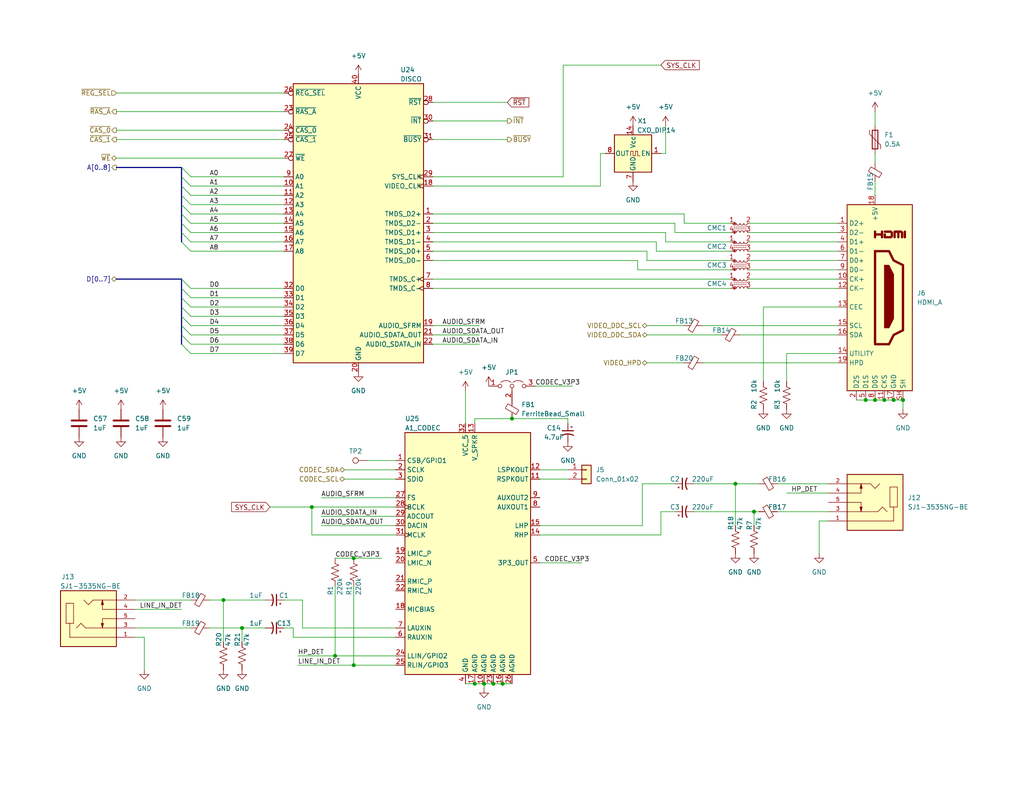
<source format=kicad_sch>
(kicad_sch (version 20230121) (generator eeschema)
  (paper "A")
  (title_block (title "Anachron Graphics and Audio"))
  (lib_symbols
    (symbol "Connector:HDMI_A"
      (property "Reference" "J" (at -6.35 26.67 0))
      (property "Value" "HDMI_A" (at 10.16 26.67 0))
      (symbol "HDMI_A_0_0"
        (polyline (pts (xy 8.128 16.51) (xy 8.128 18.034)) (stroke (width 0.635)))
        (polyline (pts (xy 0 16.51) (xy 0 18.034) (xy 0 17.272) (xy 1.905 17.272) (xy 1.905 18.034) (xy 1.905 16.51)) (stroke (width 0.635)))
        (polyline (pts (xy 2.667 18.034) (xy 4.318 18.034) (xy 4.572 17.78) (xy 4.572 16.764) (xy 4.318 16.51) (xy 2.667 16.51) (xy 2.667 17.272)) (stroke (width 0.635)))
      )
      (symbol "HDMI_A_0_1"
        (rectangle (start -7.62 25.4) (end 10.16 -25.4) (stroke (width 0.254)) (fill (type background)))
        (polyline (pts (xy 2.54 8.89) (xy 3.81 8.89) (xy 5.08 6.35) (xy 5.08 -5.715) (xy 3.81 -8.255) (xy 2.54 -8.255) (xy 2.54 8.89)) (fill (type outline)))
        (polyline (pts (xy 5.334 16.51) (xy 5.334 18.034) (xy 6.35 18.034) (xy 6.35 16.51) (xy 6.35 18.034) (xy 7.112 18.034) (xy 7.366 17.78) (xy 7.366 16.51)) (stroke (width 0.635)))
        (polyline (pts (xy 0 12.7) (xy 0 -12.7) (xy 3.81 -12.7) (xy 5.08 -10.16) (xy 7.62 -8.89) (xy 7.62 8.89) (xy 5.08 10.16) (xy 3.81 12.7) (xy 0 12.7)) (stroke (width 0.635)))
      )
      (symbol "HDMI_A_1_1"
        (pin passive line (at -10.16 20.32 0) (length 2.54) (name "D2+") (number "1"))
        (pin passive line (at -10.16 5.08 0) (length 2.54) (name "CK+") (number "10"))
        (pin power_in line (at 2.54 -27.94 90) (length 2.54) (name "CKS") (number "11"))
        (pin passive line (at -10.16 2.54 0) (length 2.54) (name "CK-") (number "12"))
        (pin bidirectional line (at -10.16 -2.54 0) (length 2.54) (name "CEC") (number "13"))
        (pin passive line (at -10.16 -15.24 0) (length 2.54) (name "UTILITY") (number "14"))
        (pin passive line (at -10.16 -7.62 0) (length 2.54) (name "SCL") (number "15"))
        (pin bidirectional line (at -10.16 -10.16 0) (length 2.54) (name "SDA") (number "16"))
        (pin power_in line (at 5.08 -27.94 90) (length 2.54) (name "GND") (number "17"))
        (pin power_in line (at 0 27.94 270) (length 2.54) (name "+5V") (number "18"))
        (pin passive line (at -10.16 -17.78 0) (length 2.54) (name "HPD") (number "19"))
        (pin power_in line (at -5.08 -27.94 90) (length 2.54) (name "D2S") (number "2"))
        (pin passive line (at -10.16 17.78 0) (length 2.54) (name "D2-") (number "3"))
        (pin passive line (at -10.16 15.24 0) (length 2.54) (name "D1+") (number "4"))
        (pin power_in line (at -2.54 -27.94 90) (length 2.54) (name "D1S") (number "5"))
        (pin passive line (at -10.16 12.7 0) (length 2.54) (name "D1-") (number "6"))
        (pin passive line (at -10.16 10.16 0) (length 2.54) (name "D0+") (number "7"))
        (pin power_in line (at 0 -27.94 90) (length 2.54) (name "D0S") (number "8"))
        (pin passive line (at -10.16 7.62 0) (length 2.54) (name "D0-") (number "9"))
        (pin passive line (at 7.62 -27.94 90) (length 2.54) (name "SH") (number "SH"))
      )
    )
    (symbol "Connector:TestPoint" (pin_numbers hide) (pin_names (offset 0.762) hide)
      (property "Reference" "TP" (at 0 6.858 0))
      (property "Value" "TestPoint" (at 0 5.08 0))
      (symbol "TestPoint_0_1"
        (circle (center 0 3.302) (radius 0.762))
      )
      (symbol "TestPoint_1_1"
        (pin passive line (at 0 0 90) (length 2.54) (name "1") (number "1"))
      )
    )
    (symbol "Connector_Generic:Conn_01x02" (pin_names (offset 1.016) hide)
      (property "Reference" "J" (at 0 2.54 0))
      (property "Value" "Conn_01x02" (at 0 -5.08 0))
      (symbol "Conn_01x02_1_1"
        (rectangle (start -1.27 -2.413) (end 0 -2.667) (stroke (width 0.1524)))
        (rectangle (start -1.27 0.127) (end 0 -0.127) (stroke (width 0.1524)))
        (rectangle (start -1.27 1.27) (end 1.27 -3.81) (stroke (width 0.254)) (fill (type background)))
        (pin passive line (at -5.08 0 0) (length 3.81) (name "Pin_1") (number "1"))
        (pin passive line (at -5.08 -2.54 0) (length 3.81) (name "Pin_2") (number "2"))
      )
    )
    (symbol "Device:C" (pin_numbers hide) (pin_names (offset 0.254))
      (property "Reference" "C" (at 0.635 2.54 0))
      (property "Value" "C" (at 0.635 -2.54 0))
      (symbol "C_0_1"
        (polyline (pts (xy -2.032 -0.762) (xy 2.032 -0.762)) (stroke (width 0.508)))
        (polyline (pts (xy -2.032 0.762) (xy 2.032 0.762)) (stroke (width 0.508)))
      )
      (symbol "C_1_1"
        (pin passive line (at 0 3.81 270) (length 2.794) (name "~") (number "1"))
        (pin passive line (at 0 -3.81 90) (length 2.794) (name "~") (number "2"))
      )
    )
    (symbol "Device:C_Polarized_Small_US" (pin_numbers hide) (pin_names (offset 0.254) hide)
      (property "Reference" "C" (at 0.254 1.778 0))
      (property "Value" "C_Polarized_Small_US" (at 0.254 -2.032 0))
      (symbol "C_Polarized_Small_US_0_1"
        (polyline (pts (xy -1.524 0.508) (xy 1.524 0.508)) (stroke (width 0.3048)))
        (polyline (pts (xy -1.27 1.524) (xy -0.762 1.524)))
        (polyline (pts (xy -1.016 1.27) (xy -1.016 1.778)))
        (arc (start 1.524 -0.762) (mid 0 -0.3734) (end -1.524 -0.762) (stroke (width 0.3048)))
      )
      (symbol "C_Polarized_Small_US_1_1"
        (pin passive line (at 0 2.54 270) (length 2.032) (name "~") (number "1"))
        (pin passive line (at 0 -2.54 90) (length 2.032) (name "~") (number "2"))
      )
    )
    (symbol "Device:FerriteBead_Small" (pin_numbers hide) (pin_names (offset 0))
      (property "Reference" "FB" (at 1.905 1.27 0))
      (property "Value" "FerriteBead_Small" (at 1.905 -1.27 0))
      (symbol "FerriteBead_Small_0_1"
        (polyline (pts (xy 0 -1.27) (xy 0 -0.7874)))
        (polyline (pts (xy 0 0.889) (xy 0 1.2954)))
        (polyline (pts (xy -1.8288 0.2794) (xy -1.1176 1.4986) (xy 1.8288 -0.2032) (xy 1.1176 -1.4224) (xy -1.8288 0.2794)))
      )
      (symbol "FerriteBead_Small_1_1"
        (pin passive line (at 0 2.54 270) (length 1.27) (name "~") (number "1"))
        (pin passive line (at 0 -2.54 90) (length 1.27) (name "~") (number "2"))
      )
    )
    (symbol "Device:L_Ferrite_Coupled_Small_1243" (pin_names (offset 0.254) hide)
      (property "Reference" "L" (at 0 3.175 0))
      (property "Value" "L_Ferrite_Coupled_Small_1243" (at 0 -3.175 0))
      (symbol "L_Ferrite_Coupled_Small_1243_0_1"
        (arc (start -2.032 1.27) (mid -1.524 0.7642) (end -1.016 1.27))
        (circle (center -1.524 -1.27) (radius 0.254) (fill (type outline)))
        (circle (center -1.524 1.27) (radius 0.254) (fill (type outline)))
        (arc (start -1.016 -1.27) (mid -1.524 -0.7642) (end -2.032 -1.27))
        (arc (start -1.016 1.27) (mid -0.508 0.7642) (end 0 1.27))
        (arc (start 0 -1.27) (mid -0.508 -0.7642) (end -1.016 -1.27))
        (polyline (pts (xy -1.651 0.254) (xy -1.397 0.254)))
        (polyline (pts (xy -1.397 -0.254) (xy -1.651 -0.254)))
        (polyline (pts (xy -1.143 0.254) (xy -0.889 0.254)))
        (polyline (pts (xy -0.889 -0.254) (xy -1.143 -0.254)))
        (polyline (pts (xy -0.635 0.254) (xy -0.381 0.254)))
        (polyline (pts (xy -0.381 -0.254) (xy -0.635 -0.254)))
        (polyline (pts (xy -0.127 0.254) (xy 0.127 0.254)))
        (polyline (pts (xy 0.127 -0.254) (xy -0.127 -0.254)))
        (polyline (pts (xy 0.381 0.254) (xy 0.635 0.254)))
        (polyline (pts (xy 0.635 -0.254) (xy 0.381 -0.254)))
        (polyline (pts (xy 0.889 0.254) (xy 1.143 0.254)))
        (polyline (pts (xy 1.143 -0.254) (xy 0.889 -0.254)))
        (polyline (pts (xy 1.397 0.254) (xy 1.651 0.254)))
        (polyline (pts (xy 1.651 -0.254) (xy 1.397 -0.254)))
        (arc (start 0 1.27) (mid 0.508 0.7642) (end 1.016 1.27))
        (arc (start 1.016 -1.27) (mid 0.508 -0.7642) (end 0 -1.27))
        (arc (start 1.016 1.27) (mid 1.524 0.7642) (end 2.032 1.27))
        (arc (start 2.032 -1.27) (mid 1.524 -0.7642) (end 1.016 -1.27))
      )
      (symbol "L_Ferrite_Coupled_Small_1243_1_1"
        (pin passive line (at -2.54 1.27 0) (length 0.508) (name "1") (number "1"))
        (pin passive line (at 2.54 1.27 180) (length 0.508) (name "2") (number "2"))
        (pin passive line (at 2.54 -1.27 180) (length 0.508) (name "3") (number "3"))
        (pin passive line (at -2.54 -1.27 0) (length 0.508) (name "4") (number "4"))
      )
    )
    (symbol "Device:Polyfuse" (pin_numbers hide) (pin_names (offset 0))
      (property "Reference" "F" (at -2.54 0 90))
      (property "Value" "Polyfuse" (at 2.54 0 90))
      (symbol "Polyfuse_0_1"
        (rectangle (start -0.762 2.54) (end 0.762 -2.54) (stroke (width 0.254)))
        (polyline (pts (xy 0 2.54) (xy 0 -2.54)))
        (polyline (pts (xy -1.524 2.54) (xy -1.524 1.524) (xy 1.524 -1.524) (xy 1.524 -2.54)))
      )
      (symbol "Polyfuse_1_1"
        (pin passive line (at 0 3.81 270) (length 1.27) (name "~") (number "1"))
        (pin passive line (at 0 -3.81 90) (length 1.27) (name "~") (number "2"))
      )
    )
    (symbol "Device:R_US" (pin_numbers hide) (pin_names (offset 0))
      (property "Reference" "R" (at 2.54 0 90))
      (property "Value" "R_US" (at -2.54 0 90))
      (symbol "R_US_0_1"
        (polyline (pts (xy 0 -2.286) (xy 0 -2.54)))
        (polyline (pts (xy 0 2.286) (xy 0 2.54)))
        (polyline (pts (xy 0 -0.762) (xy 1.016 -1.143) (xy 0 -1.524) (xy -1.016 -1.905) (xy 0 -2.286)))
        (polyline (pts (xy 0 0.762) (xy 1.016 0.381) (xy 0 0) (xy -1.016 -0.381) (xy 0 -0.762)))
        (polyline (pts (xy 0 2.286) (xy 1.016 1.905) (xy 0 1.524) (xy -1.016 1.143) (xy 0 0.762)))
      )
      (symbol "R_US_1_1"
        (pin passive line (at 0 3.81 270) (length 1.27) (name "~") (number "1"))
        (pin passive line (at 0 -3.81 90) (length 1.27) (name "~") (number "2"))
      )
    )
    (symbol "Jumper:Jumper_3_Open" (pin_names (offset 0) hide)
      (property "Reference" "JP" (at -2.54 -2.54 0))
      (property "Value" "Jumper_3_Open" (at 0 2.794 0))
      (symbol "Jumper_3_Open_0_0"
        (circle (center -3.302 0) (radius 0.508))
        (circle (center 0 0) (radius 0.508))
        (circle (center 3.302 0) (radius 0.508))
      )
      (symbol "Jumper_3_Open_0_1"
        (arc (start -0.254 1.016) (mid -1.651 1.4992) (end -3.048 1.016))
        (polyline (pts (xy 0 -0.508) (xy 0 -1.27)))
        (arc (start 3.048 1.016) (mid 1.651 1.4992) (end 0.254 1.016))
      )
      (symbol "Jumper_3_Open_1_1"
        (pin passive line (at -6.35 0 0) (length 2.54) (name "A") (number "1"))
        (pin passive line (at 0 -3.81 90) (length 2.54) (name "C") (number "2"))
        (pin passive line (at 6.35 0 180) (length 2.54) (name "B") (number "3"))
      )
    )
    (symbol "Oscillator:CXO_DIP14" (pin_names (offset 0.254))
      (property "Reference" "X" (at -5.08 6.35 0))
      (property "Value" "CXO_DIP14" (at 1.27 -6.35 0))
      (symbol "CXO_DIP14_0_1"
        (rectangle (start -5.08 5.08) (end 5.08 -5.08) (stroke (width 0.254)) (fill (type background)))
        (polyline (pts (xy -1.905 -0.635) (xy -1.27 -0.635) (xy -1.27 0.635) (xy -0.635 0.635) (xy -0.635 -0.635) (xy 0 -0.635) (xy 0 0.635) (xy 0.635 0.635) (xy 0.635 -0.635)))
      )
      (symbol "CXO_DIP14_1_1"
        (pin input line (at -7.62 0 0) (length 2.54) (name "EN") (number "1"))
        (pin power_in line (at 0 7.62 270) (length 2.54) (name "Vcc") (number "14"))
        (pin power_in line (at 0 -7.62 90) (length 2.54) (name "GND") (number "7"))
        (pin output line (at 7.62 0 180) (length 2.54) (name "OUT") (number "8"))
      )
    )
    (symbol "anachron:A1_CODEC"
      (property "Reference" "U" (at 1.27 36.83 0))
      (property "Value" "A1_CODEC" (at 5.08 34.29 0))
      (symbol "A1_CODEC_0_0"
        (pin power_in line (at 21.59 -35.56 90) (length 2.54) (name "AGND") (number "10"))
        (pin output line (at 36.83 20.32 180) (length 2.54) (name "RSPKOUT") (number "11"))
        (pin output line (at 36.83 22.86 180) (length 2.54) (name "LSPKOUT") (number "12"))
        (pin power_in line (at 19.05 35.56 270) (length 2.54) (name "V_SPKR") (number "13"))
        (pin output line (at 36.83 5.08 180) (length 2.54) (name "RHP") (number "14"))
        (pin output line (at 36.83 7.62 180) (length 2.54) (name "LHP") (number "15"))
        (pin power_in line (at 19.05 -35.56 90) (length 2.54) (name "AGND") (number "17"))
        (pin output line (at -2.54 -15.24 0) (length 2.54) (name "MICBIAS") (number "18"))
        (pin input line (at -2.54 0 0) (length 2.54) (name "LMIC_P") (number "19"))
        (pin bidirectional line (at -2.54 22.86 0) (length 2.54) (name "SCLK") (number "2"))
        (pin input line (at -2.54 -2.54 0) (length 2.54) (name "LMIC_N") (number "20"))
        (pin input line (at -2.54 -7.62 0) (length 2.54) (name "RMIC_P") (number "21"))
        (pin input line (at -2.54 -10.16 0) (length 2.54) (name "RMIC_N") (number "22"))
        (pin power_in line (at 24.13 -35.56 90) (length 2.54) (name "AGND") (number "23"))
        (pin bidirectional line (at -2.54 -27.94 0) (length 2.54) (name "LLIN/GPIO2") (number "24"))
        (pin bidirectional line (at -2.54 -30.48 0) (length 2.54) (name "RLIN/GPIO3") (number "25"))
        (pin bidirectional line (at -2.54 15.24 0) (length 2.54) (name "FS") (number "27"))
        (pin output line (at -2.54 10.16 0) (length 2.54) (name "ADCOUT") (number "29"))
        (pin bidirectional line (at -2.54 20.32 0) (length 2.54) (name "SDIO") (number "3"))
        (pin input line (at -2.54 7.62 0) (length 2.54) (name "DACIN") (number "30"))
        (pin power_in line (at 16.51 35.56 270) (length 2.54) (name "VCC_5") (number "32"))
        (pin power_in line (at 16.51 -35.56 90) (length 2.54) (name "GND") (number "4"))
        (pin power_out line (at 36.83 -2.54 180) (length 2.54) (name "3P3_OUT") (number "5"))
        (pin tri_state line (at -2.54 -22.86 0) (length 2.54) (name "RAUXIN") (number "6"))
        (pin input line (at -2.54 -20.32 0) (length 2.54) (name "LAUXIN") (number "7"))
        (pin output line (at 36.83 12.7 180) (length 2.54) (name "AUXOUT1") (number "8"))
        (pin output line (at 36.83 15.24 180) (length 2.54) (name "AUXOUT2") (number "9"))
      )
      (symbol "A1_CODEC_0_1"
        (rectangle (start 0 33.02) (end 34.29 -33.02) (stroke (width 0.254)) (fill (type background)))
      )
      (symbol "A1_CODEC_1_0"
        (pin bidirectional line (at -2.54 25.4 0) (length 2.54) (name "CSB/GPIO1") (number "1"))
        (pin power_in line (at 26.67 -35.56 90) (length 2.54) (name "AGND") (number "16"))
        (pin power_in line (at 29.21 -35.56 90) (length 2.54) (name "AGND") (number "26"))
        (pin bidirectional clock (at -2.54 12.7 0) (length 2.54) (name "BCLK") (number "28"))
        (pin input clock (at -2.54 5.08 0) (length 2.54) (name "MCLK") (number "31"))
      )
    )
    (symbol "anachron:SJ1-3535NG-BE" (pin_names (offset 1.016))
      (property "Reference" "J" (at -7.6326 8.1414 0))
      (property "Value" "SJ1-3535NG-BE" (at -7.6323 -10.4308 0))
      (symbol "SJ1-3535NG-BE_0_0"
        (rectangle (start -7.62 -7.62) (end 7.62 7.62) (stroke (width 0.254)) (fill (type background)))
        (polyline (pts (xy -6.096 -4.191) (xy -6.096 1.27)) (stroke (width 0.1524)))
        (polyline (pts (xy -6.096 1.27) (xy -5.08 1.27)) (stroke (width 0.1524)))
        (polyline (pts (xy -5.08 1.27) (xy -4.064 1.27)) (stroke (width 0.1524)))
        (polyline (pts (xy -5.08 5.08) (xy -5.08 1.27)) (stroke (width 0.1524)))
        (polyline (pts (xy -4.064 -4.191) (xy -6.096 -4.191)) (stroke (width 0.1524)))
        (polyline (pts (xy -4.064 1.27) (xy -4.064 -4.191)) (stroke (width 0.1524)))
        (polyline (pts (xy -2.032 1.27) (xy -3.302 2.54)) (stroke (width 0.1524)))
        (polyline (pts (xy -0.762 2.54) (xy -2.032 1.27)) (stroke (width 0.1524)))
        (polyline (pts (xy 0 -3.81) (xy -1.27 -5.08)) (stroke (width 0.1524)))
        (polyline (pts (xy 1.27 -5.08) (xy 0 -3.81)) (stroke (width 0.1524)))
        (polyline (pts (xy 3.81 -5.08) (xy 1.27 -5.08)) (stroke (width 0.1524)))
        (polyline (pts (xy 3.81 -5.08) (xy 3.81 -2.54)) (stroke (width 0.1524)))
        (polyline (pts (xy 3.81 0) (xy 3.81 2.54)) (stroke (width 0.1524)))
        (polyline (pts (xy 3.81 2.54) (xy -0.762 2.54)) (stroke (width 0.1524)))
        (polyline (pts (xy 7.62 -5.08) (xy 3.81 -5.08)) (stroke (width 0.1524)))
        (polyline (pts (xy 7.62 -2.54) (xy 3.81 -2.54)) (stroke (width 0.1524)))
        (polyline (pts (xy 7.62 0) (xy 3.81 0)) (stroke (width 0.1524)))
        (polyline (pts (xy 7.62 2.54) (xy 3.81 2.54)) (stroke (width 0.1524)))
        (polyline (pts (xy 7.62 5.08) (xy -5.08 5.08)) (stroke (width 0.1524)))
        (polyline (pts (xy 3.81 -5.08) (xy 3.4925 -3.81) (xy 4.1275 -3.81) (xy 3.81 -5.08)) (stroke (width 0.1524)) (fill (type outline)))
        (polyline (pts (xy 3.81 2.54) (xy 4.1275 1.27) (xy 3.4925 1.27) (xy 3.81 2.54)) (stroke (width 0.1524)) (fill (type outline)))
        (pin passive line (at 12.7 5.08 180) (length 5.08) (name "~") (number "1"))
        (pin passive line (at 12.7 -5.08 180) (length 5.08) (name "~") (number "2"))
        (pin passive line (at 12.7 2.54 180) (length 5.08) (name "~") (number "3"))
        (pin passive line (at 12.7 -2.54 180) (length 5.08) (name "~") (number "4"))
        (pin passive line (at 12.7 0 180) (length 5.08) (name "~") (number "5"))
      )
    )
    (symbol "anachron:disco"
      (property "Reference" "U" (at -20.32 10.16 0))
      (property "Value" "DISCO" (at -17.78 35.56 0))
      (symbol "disco_0_0"
        (pin output line (at 20.32 0 180) (length 2.54) (name "TMDS_D2+") (number "1"))
        (pin output line (at -20.32 7.62 0) (length 2.54) (name "A1") (number "10"))
        (pin output line (at -20.32 5.08 0) (length 2.54) (name "A2") (number "11"))
        (pin output line (at -20.32 2.54 0) (length 2.54) (name "A3") (number "12"))
        (pin output line (at -20.32 0 0) (length 2.54) (name "A4") (number "13"))
        (pin output line (at -20.32 -2.54 0) (length 2.54) (name "A5") (number "14"))
        (pin output line (at -20.32 -5.08 0) (length 2.54) (name "A6") (number "15"))
        (pin output line (at -20.32 -7.62 0) (length 2.54) (name "A7") (number "16"))
        (pin output line (at -20.32 -10.16 0) (length 2.54) (name "A8") (number "17"))
        (pin output line (at 20.32 -2.54 180) (length 2.54) (name "TMDS_D2-") (number "2"))
        (pin power_in line (at 0 -43.18 90) (length 2.54) (name "GND") (number "20"))
        (pin input line (at 20.32 -35.56 180) (length 2.54) (name "AUDIO_SDATA_IN") (number "22"))
        (pin output line (at 20.32 -5.08 180) (length 2.54) (name "TMDS_D1+") (number "3"))
        (pin open_collector inverted (at 20.32 25.4 180) (length 2.54) (name "~{INT}") (number "30"))
        (pin bidirectional line (at -20.32 -20.32 0) (length 2.54) (name "D0") (number "32"))
        (pin bidirectional line (at -20.32 -22.86 0) (length 2.54) (name "D1") (number "33"))
        (pin bidirectional line (at -20.32 -25.4 0) (length 2.54) (name "D2") (number "34"))
        (pin bidirectional line (at -20.32 -27.94 0) (length 2.54) (name "D3") (number "35"))
        (pin bidirectional line (at -20.32 -30.48 0) (length 2.54) (name "D4") (number "36"))
        (pin bidirectional line (at -20.32 -33.02 0) (length 2.54) (name "D5") (number "37"))
        (pin bidirectional line (at -20.32 -35.56 0) (length 2.54) (name "D6") (number "38"))
        (pin bidirectional line (at -20.32 -38.1 0) (length 2.54) (name "D7") (number "39"))
        (pin output line (at 20.32 -7.62 180) (length 2.54) (name "TMDS_D1-") (number "4"))
        (pin power_in line (at 0 38.1 270) (length 2.54) (name "VCC") (number "40"))
        (pin output line (at 20.32 -10.16 180) (length 2.54) (name "TMDS_D0+") (number "5"))
        (pin output line (at 20.32 -12.7 180) (length 2.54) (name "TMDS_D0-") (number "6"))
        (pin output line (at -20.32 10.16 0) (length 2.54) (name "A0") (number "9"))
      )
      (symbol "disco_0_1"
        (rectangle (start -17.78 35.56) (end 17.78 -40.64) (stroke (width 0.254)) (fill (type background)))
      )
      (symbol "disco_1_0"
        (pin input clock (at 20.32 7.62 180) (length 2.54) (name "VIDEO_CLK") (number "18"))
        (pin output line (at 20.32 -30.48 180) (length 2.54) (name "AUDIO_SFRM") (number "19"))
        (pin power_in line (at 20.32 -33.02 180) (length 2.54) (name "AUDIO_SDATA_OUT") (number "21"))
        (pin output inverted (at -20.32 27.94 0) (length 2.54) (name "~{RAS_A}") (number "23"))
        (pin output inverted (at -20.32 22.86 0) (length 2.54) (name "~{CAS_0}") (number "24"))
        (pin output inverted (at -20.32 20.32 0) (length 2.54) (name "~{CAS_1}") (number "25"))
        (pin input inverted (at -20.32 33.02 0) (length 2.54) (name "~{REG_SEL}") (number "26"))
        (pin bidirectional inverted (at -20.32 15.24 0) (length 2.54) (name "~{WE}") (number "27"))
        (pin input inverted (at 20.32 30.48 180) (length 2.54) (name "~{RST}") (number "28"))
        (pin input clock (at 20.32 10.16 180) (length 2.54) (name "SYS_CLK") (number "29"))
        (pin output inverted (at 20.32 20.32 180) (length 2.54) (name "~{BUSY}") (number "31"))
        (pin output clock (at 20.32 -17.78 180) (length 2.54) (name "TMDS_C+") (number "7"))
        (pin output clock (at 20.32 -20.32 180) (length 2.54) (name "TMDS_C-") (number "8"))
      )
    )
    (symbol "power:+5V" (power) (pin_names (offset 0))
      (property "Value" "+5V" (at 0 3.556 0))
      (symbol "+5V_0_1"
        (polyline (pts (xy -0.762 1.27) (xy 0 2.54)))
        (polyline (pts (xy 0 0) (xy 0 2.54)))
        (polyline (pts (xy 0 2.54) (xy 0.762 1.27)))
      )
      (symbol "+5V_1_1"
        (pin power_in line (at 0 0 90) (length 0) hide (name "+5V") (number "1"))
      )
    )
    (symbol "power:GND" (power) (pin_names (offset 0))
      (property "Value" "GND" (at 0 -3.81 0))
      (symbol "GND_0_1"
        (polyline (pts (xy 0 0) (xy 0 -1.27) (xy 1.27 -1.27) (xy 0 -2.54) (xy -1.27 -1.27) (xy 0 -1.27)))
      )
      (symbol "GND_1_1"
        (pin power_in line (at 0 0 270) (length 0) hide (name "GND") (number "1"))
      )
    )
  )
  (junction (at 246.38 109.22))
  (junction (at 96.52 181.61))
  (junction (at 96.52 152.4))
  (junction (at 66.04 171.45))
  (junction (at 91.44 179.07))
  (junction (at 132.08 186.69))
  (junction (at 200.66 132.08))
  (junction (at 241.3 109.22))
  (junction (at 139.7 114.3))
  (junction (at 60.96 163.83))
  (junction (at 205.74 139.7))
  (junction (at 129.54 186.69))
  (junction (at 85.09 138.43))
  (junction (at 236.22 109.22))
  (junction (at 243.84 109.22))
  (junction (at 134.62 186.69))
  (junction (at 238.76 109.22))
  (junction (at 137.16 186.69))
  (bus_entry (at 52.07 86.36) (size -2.54 -2.54))
  (bus_entry (at 49.53 48.26) (size 2.54 2.54))
  (bus_entry (at 49.53 60.96) (size 2.54 2.54))
  (bus_entry (at 52.07 88.9) (size -2.54 -2.54))
  (bus_entry (at 49.53 50.8) (size 2.54 2.54))
  (bus_entry (at 52.07 78.74) (size -2.54 -2.54))
  (bus_entry (at 52.07 81.28) (size -2.54 -2.54))
  (bus_entry (at 52.07 91.44) (size -2.54 -2.54))
  (bus_entry (at 49.53 53.34) (size 2.54 2.54))
  (bus_entry (at 49.53 55.88) (size 2.54 2.54))
  (bus_entry (at 49.53 63.5) (size 2.54 2.54))
  (bus_entry (at 49.53 58.42) (size 2.54 2.54))
  (bus_entry (at 52.07 96.52) (size -2.54 -2.54))
  (bus_entry (at 52.07 83.82) (size -2.54 -2.54))
  (bus_entry (at 52.07 93.98) (size -2.54 -2.54))
  (bus_entry (at 49.53 45.72) (size 2.54 2.54))
  (bus_entry (at 49.53 66.04) (size 2.54 2.54))
  (wire (pts (xy 52.07 93.98) (xy 77.47 93.98)))
  (wire (pts (xy 91.44 179.07) (xy 107.95 179.07)))
  (wire (pts (xy 60.96 175.26) (xy 60.96 163.83)))
  (wire (pts (xy 52.07 163.83) (xy 36.83 163.83)))
  (wire (pts (xy 52.07 60.96) (xy 77.47 60.96)))
  (wire (pts (xy 236.22 109.22) (xy 238.76 109.22)))
  (wire (pts (xy 52.07 68.58) (xy 77.47 68.58)))
  (wire (pts (xy 129.54 114.3) (xy 139.7 114.3)))
  (wire (pts (xy 226.06 142.24) (xy 223.52 142.24)))
  (wire (pts (xy 181.61 66.04) (xy 199.39 66.04)))
  (wire (pts (xy 139.7 114.3) (xy 154.94 114.3)))
  (wire (pts (xy 77.47 171.45) (xy 80.01 171.45)))
  (wire (pts (xy 85.09 146.05) (xy 85.09 138.43)))
  (wire (pts (xy 200.66 143.51) (xy 200.66 132.08)))
  (wire (pts (xy 96.52 160.02) (xy 96.52 181.61)))
  (wire (pts (xy 87.63 140.97) (xy 107.95 140.97)))
  (bus (pts (xy 49.53 91.44) (xy 49.53 88.9)))
  (wire (pts (xy 205.74 139.7) (xy 205.74 143.51)))
  (wire (pts (xy 154.94 114.3) (xy 154.94 115.57)))
  (wire (pts (xy 118.11 76.2) (xy 199.39 76.2)))
  (wire (pts (xy 91.44 152.4) (xy 96.52 152.4)))
  (wire (pts (xy 31.75 35.56) (xy 77.47 35.56)))
  (wire (pts (xy 154.94 128.27) (xy 147.32 128.27)))
  (bus (pts (xy 49.53 48.26) (xy 49.53 50.8)))
  (wire (pts (xy 238.76 49.53) (xy 238.76 53.34)))
  (wire (pts (xy 147.32 153.67) (xy 158.75 153.67)))
  (wire (pts (xy 96.52 152.4) (xy 104.14 152.4)))
  (wire (pts (xy 118.11 91.44) (xy 130.81 91.44)))
  (wire (pts (xy 52.07 55.88) (xy 77.47 55.88)))
  (wire (pts (xy 127 106.68) (xy 127 115.57)))
  (wire (pts (xy 52.07 81.28) (xy 77.47 81.28)))
  (wire (pts (xy 238.76 109.22) (xy 241.3 109.22)))
  (wire (pts (xy 85.09 146.05) (xy 107.95 146.05)))
  (wire (pts (xy 52.07 96.52) (xy 77.47 96.52)))
  (wire (pts (xy 118.11 60.96) (xy 184.15 60.96)))
  (bus (pts (xy 49.53 45.72) (xy 49.53 48.26)))
  (wire (pts (xy 186.69 60.96) (xy 199.39 60.96)))
  (wire (pts (xy 176.53 91.44) (xy 196.85 91.44)))
  (wire (pts (xy 179.07 68.58) (xy 199.39 68.58)))
  (wire (pts (xy 52.07 66.04) (xy 77.47 66.04)))
  (bus (pts (xy 49.53 63.5) (xy 49.53 66.04)))
  (wire (pts (xy 52.07 83.82) (xy 77.47 83.82)))
  (wire (pts (xy 154.94 130.81) (xy 147.32 130.81)))
  (bus (pts (xy 49.53 83.82) (xy 49.53 81.28)))
  (wire (pts (xy 226.06 139.7) (xy 212.09 139.7)))
  (wire (pts (xy 91.44 160.02) (xy 91.44 179.07)))
  (wire (pts (xy 81.28 181.61) (xy 96.52 181.61)))
  (wire (pts (xy 238.76 41.91) (xy 238.76 44.45)))
  (wire (pts (xy 132.08 186.69) (xy 132.08 187.96)))
  (wire (pts (xy 184.15 63.5) (xy 199.39 63.5)))
  (wire (pts (xy 66.04 171.45) (xy 72.39 171.45)))
  (wire (pts (xy 60.96 163.83) (xy 57.15 163.83)))
  (wire (pts (xy 87.63 143.51) (xy 107.95 143.51)))
  (bus (pts (xy 49.53 50.8) (xy 49.53 53.34)))
  (wire (pts (xy 80.01 173.99) (xy 107.95 173.99)))
  (wire (pts (xy 36.83 171.45) (xy 52.07 171.45)))
  (wire (pts (xy 180.34 139.7) (xy 180.34 146.05)))
  (wire (pts (xy 118.11 63.5) (xy 181.61 63.5)))
  (wire (pts (xy 118.11 27.94) (xy 138.43 27.94)))
  (wire (pts (xy 181.61 66.04) (xy 181.61 63.5)))
  (wire (pts (xy 137.16 186.69) (xy 139.7 186.69)))
  (wire (pts (xy 243.84 109.22) (xy 246.38 109.22)))
  (wire (pts (xy 118.11 93.98) (xy 130.81 93.98)))
  (wire (pts (xy 173.99 73.66) (xy 173.99 71.12)))
  (wire (pts (xy 31.75 30.48) (xy 77.47 30.48)))
  (wire (pts (xy 72.39 163.83) (xy 60.96 163.83)))
  (wire (pts (xy 184.15 63.5) (xy 184.15 60.96)))
  (wire (pts (xy 214.63 134.62) (xy 226.06 134.62)))
  (wire (pts (xy 208.28 83.82) (xy 228.6 83.82)))
  (wire (pts (xy 87.63 135.89) (xy 107.95 135.89)))
  (bus (pts (xy 49.53 78.74) (xy 49.53 76.2)))
  (wire (pts (xy 204.47 71.12) (xy 228.6 71.12)))
  (wire (pts (xy 82.55 171.45) (xy 82.55 163.83)))
  (wire (pts (xy 52.07 58.42) (xy 77.47 58.42)))
  (wire (pts (xy 52.07 50.8) (xy 77.47 50.8)))
  (wire (pts (xy 52.07 86.36) (xy 77.47 86.36)))
  (bus (pts (xy 49.53 58.42) (xy 49.53 60.96)))
  (wire (pts (xy 118.11 66.04) (xy 179.07 66.04)))
  (wire (pts (xy 241.3 109.22) (xy 243.84 109.22)))
  (wire (pts (xy 175.26 132.08) (xy 184.15 132.08)))
  (wire (pts (xy 31.75 25.4) (xy 77.47 25.4)))
  (wire (pts (xy 39.37 173.99) (xy 39.37 182.88)))
  (wire (pts (xy 52.07 63.5) (xy 77.47 63.5)))
  (wire (pts (xy 223.52 142.24) (xy 223.52 151.13)))
  (bus (pts (xy 31.75 76.2) (xy 49.53 76.2)))
  (wire (pts (xy 80.01 171.45) (xy 80.01 173.99)))
  (wire (pts (xy 180.34 17.78) (xy 153.67 17.78)))
  (wire (pts (xy 214.63 96.52) (xy 228.6 96.52)))
  (bus (pts (xy 49.53 53.34) (xy 49.53 55.88)))
  (wire (pts (xy 93.98 130.81) (xy 107.95 130.81)))
  (wire (pts (xy 36.83 166.37) (xy 49.53 166.37)))
  (wire (pts (xy 118.11 38.1) (xy 138.43 38.1)))
  (wire (pts (xy 134.62 186.69) (xy 137.16 186.69)))
  (wire (pts (xy 146.05 105.41) (xy 156.21 105.41)))
  (wire (pts (xy 52.07 91.44) (xy 77.47 91.44)))
  (wire (pts (xy 191.77 99.06) (xy 228.6 99.06)))
  (wire (pts (xy 118.11 71.12) (xy 173.99 71.12)))
  (wire (pts (xy 173.99 73.66) (xy 199.39 73.66)))
  (wire (pts (xy 176.53 71.12) (xy 199.39 71.12)))
  (wire (pts (xy 57.15 171.45) (xy 66.04 171.45)))
  (bus (pts (xy 49.53 86.36) (xy 49.53 83.82)))
  (wire (pts (xy 181.61 34.29) (xy 181.61 41.91)))
  (bus (pts (xy 49.53 60.96) (xy 49.53 63.5)))
  (wire (pts (xy 118.11 58.42) (xy 186.69 58.42)))
  (bus (pts (xy 49.53 55.88) (xy 49.53 58.42)))
  (wire (pts (xy 214.63 104.14) (xy 214.63 96.52)))
  (wire (pts (xy 163.83 41.91) (xy 163.83 50.8)))
  (wire (pts (xy 96.52 181.61) (xy 107.95 181.61)))
  (wire (pts (xy 52.07 88.9) (xy 77.47 88.9)))
  (wire (pts (xy 36.83 173.99) (xy 39.37 173.99)))
  (wire (pts (xy 233.68 109.22) (xy 236.22 109.22)))
  (wire (pts (xy 163.83 50.8) (xy 118.11 50.8)))
  (wire (pts (xy 204.47 66.04) (xy 228.6 66.04)))
  (wire (pts (xy 180.34 41.91) (xy 181.61 41.91)))
  (wire (pts (xy 66.04 171.45) (xy 66.04 175.26)))
  (wire (pts (xy 204.47 76.2) (xy 228.6 76.2)))
  (wire (pts (xy 212.09 132.08) (xy 226.06 132.08)))
  (wire (pts (xy 153.67 17.78) (xy 153.67 48.26)))
  (wire (pts (xy 176.53 88.9) (xy 186.69 88.9)))
  (wire (pts (xy 100.33 125.73) (xy 107.95 125.73)))
  (wire (pts (xy 189.23 132.08) (xy 200.66 132.08)))
  (wire (pts (xy 107.95 171.45) (xy 82.55 171.45)))
  (wire (pts (xy 208.28 104.14) (xy 208.28 83.82)))
  (wire (pts (xy 93.98 128.27) (xy 107.95 128.27)))
  (wire (pts (xy 204.47 63.5) (xy 228.6 63.5)))
  (wire (pts (xy 52.07 53.34) (xy 77.47 53.34)))
  (wire (pts (xy 191.77 88.9) (xy 228.6 88.9)))
  (wire (pts (xy 163.83 41.91) (xy 165.1 41.91)))
  (wire (pts (xy 132.08 186.69) (xy 134.62 186.69)))
  (wire (pts (xy 81.28 179.07) (xy 91.44 179.07)))
  (wire (pts (xy 176.53 99.06) (xy 186.69 99.06)))
  (bus (pts (xy 49.53 81.28) (xy 49.53 78.74)))
  (wire (pts (xy 204.47 60.96) (xy 228.6 60.96)))
  (wire (pts (xy 118.11 68.58) (xy 176.53 68.58)))
  (wire (pts (xy 180.34 139.7) (xy 184.15 139.7)))
  (wire (pts (xy 246.38 109.22) (xy 246.38 111.76)))
  (wire (pts (xy 176.53 71.12) (xy 176.53 68.58)))
  (wire (pts (xy 204.47 78.74) (xy 228.6 78.74)))
  (wire (pts (xy 73.66 138.43) (xy 85.09 138.43)))
  (bus (pts (xy 49.53 93.98) (xy 49.53 91.44)))
  (wire (pts (xy 201.93 91.44) (xy 228.6 91.44)))
  (wire (pts (xy 52.07 78.74) (xy 77.47 78.74)))
  (wire (pts (xy 207.01 139.7) (xy 205.74 139.7)))
  (wire (pts (xy 52.07 48.26) (xy 77.47 48.26)))
  (wire (pts (xy 129.54 114.3) (xy 129.54 115.57)))
  (wire (pts (xy 204.47 73.66) (xy 228.6 73.66)))
  (wire (pts (xy 175.26 143.51) (xy 147.32 143.51)))
  (wire (pts (xy 175.26 132.08) (xy 175.26 143.51)))
  (wire (pts (xy 127 186.69) (xy 129.54 186.69)))
  (wire (pts (xy 82.55 163.83) (xy 77.47 163.83)))
  (wire (pts (xy 118.11 78.74) (xy 199.39 78.74)))
  (wire (pts (xy 204.47 68.58) (xy 228.6 68.58)))
  (bus (pts (xy 49.53 88.9) (xy 49.53 86.36)))
  (wire (pts (xy 31.75 38.1) (xy 77.47 38.1)))
  (bus (pts (xy 31.75 45.72) (xy 49.53 45.72)))
  (wire (pts (xy 118.11 88.9) (xy 130.81 88.9)))
  (wire (pts (xy 31.75 43.18) (xy 77.47 43.18)))
  (wire (pts (xy 153.67 48.26) (xy 118.11 48.26)))
  (wire (pts (xy 85.09 138.43) (xy 107.95 138.43)))
  (wire (pts (xy 180.34 146.05) (xy 147.32 146.05)))
  (wire (pts (xy 179.07 68.58) (xy 179.07 66.04)))
  (wire (pts (xy 118.11 33.02) (xy 138.43 33.02)))
  (wire (pts (xy 189.23 139.7) (xy 205.74 139.7)))
  (wire (pts (xy 200.66 132.08) (xy 207.01 132.08)))
  (wire (pts (xy 129.54 186.69) (xy 132.08 186.69)))
  (wire (pts (xy 238.76 30.48) (xy 238.76 34.29)))
  (wire (pts (xy 186.69 60.96) (xy 186.69 58.42)))
  (label "A6" (at 57.15 63.5 0))
  (label "CODEC_V3P3" (at 91.44 152.4 0))
  (label "D6" (at 57.15 93.98 0))
  (label "AUDIO_SDATA_OUT" (at 120.65 91.44 0))
  (label "A7" (at 57.15 66.04 0))
  (label "A2" (at 57.15 53.34 0))
  (label "AUDIO_SFRM" (at 87.63 135.89 0))
  (label "A4" (at 57.15 58.42 0))
  (label "A3" (at 57.15 55.88 0))
  (label "D7" (at 57.15 96.52 0))
  (label "A5" (at 57.15 60.96 0))
  (label "A1" (at 57.15 50.8 0))
  (label "D1" (at 57.15 81.28 0))
  (label "D2" (at 57.15 83.82 0))
  (label "AUDIO_SFRM" (at 120.65 88.9 0))
  (label "AUDIO_SDATA_IN" (at 120.65 93.98 0))
  (label "HP_DET" (at 215.9 134.62 0))
  (label "HP_DET" (at 81.28 179.07 0))
  (label "D3" (at 57.15 86.36 0))
  (label "AUDIO_SDATA_IN" (at 87.63 140.97 0))
  (label "LINE_IN_DET" (at 81.28 181.61 0))
  (label "A0" (at 57.15 48.26 0))
  (label "A8" (at 57.15 68.58 0))
  (label "CODEC_V3P3" (at 146.05 105.41 0))
  (label "D0" (at 57.15 78.74 0))
  (label "D5" (at 57.15 91.44 0))
  (label "AUDIO_SDATA_OUT" (at 87.63 143.51 0))
  (label "CODEC_V3P3" (at 148.59 153.67 0))
  (label "LINE_IN_DET" (at 38.1 166.37 0))
  (label "D4" (at 57.15 88.9 0))
  (global_label "SYS_CLK" (shape input) (at 180.34 17.78 0) (property "Intersheetrefs" "${INTERSHEET_REFS}" (effects hide)))
  (global_label "~{RST}" (shape input) (at 138.43 27.94 0) (property "Intersheetrefs" "${INTERSHEET_REFS}" (effects hide)))
  (global_label "SYS_CLK" (shape input) (at 73.66 138.43 180) (property "Intersheetrefs" "${INTERSHEET_REFS}" (effects hide)))
  (hierarchical_label "VIDEO_HPD" (shape bidirectional) (at 176.53 99.06 180))
  (hierarchical_label "~{REG_SEL}" (shape input) (at 31.75 25.4 180))
  (hierarchical_label "~{BUSY}" (shape output) (at 138.43 38.1 0))
  (hierarchical_label "VIDEO_DDC_SCL" (shape bidirectional) (at 176.53 88.9 180))
  (hierarchical_label "CODEC_SCL" (shape bidirectional) (at 93.98 130.81 180))
  (hierarchical_label "~{WE}" (shape bidirectional) (at 31.75 43.18 180))
  (hierarchical_label "~{INT}" (shape output) (at 138.43 33.02 0))
  (hierarchical_label "~{CAS_0}" (shape output) (at 31.75 35.56 180))
  (hierarchical_label "CODEC_SDA" (shape bidirectional) (at 93.98 128.27 180))
  (hierarchical_label "~{CAS_1}" (shape output) (at 31.75 38.1 180))
  (hierarchical_label "VIDEO_DDC_SDA" (shape bidirectional) (at 176.53 91.44 180))
  (hierarchical_label "D[0..7]" (shape bidirectional) (at 31.75 76.2 180))
  (hierarchical_label "A[0..8]" (shape output) (at 31.75 45.72 180))
  (hierarchical_label "~{RAS_A}" (shape output) (at 31.75 30.48 180))
  (symbol (lib_id "power:+5V") (at 33.02 111.76 0) (unit 1)
    (property "Reference" "#PWR0243" (effects hide))
    (property "Value" "+5V" (at 33.02 106.68 0))
  )
  (symbol (lib_id "Device:L_Ferrite_Coupled_Small_1243") (at 201.93 77.47 0) (unit 1)
    (property "Reference" "CMC4" (at 195.58 77.47 0))
    (property "Value" "L_Ferrite_Coupled_Small" (effects hide))
    (property "Footprint" "anachron:SCM2012FS" (effects hide))
    (property "mpf#" "SCM2012FS751MDG" (effects hide))
  )
  (symbol (lib_id "power:+5V") (at 133.35 105.41 0) (unit 1)
    (property "Reference" "#PWR0153" (effects hide))
    (property "Value" "+5V" (at 133.35 100.33 0))
  )
  (symbol (lib_id "power:GND") (at 33.02 119.38 0) (unit 1)
    (property "Reference" "#PWR0244" (effects hide))
    (property "Value" "GND" (at 33.02 124.46 0))
  )
  (symbol (lib_id "Device:R_US") (at 205.74 147.32 0) (unit 1)
    (property "Reference" "R7" (at 204.47 144.78 90) (effects (justify left)))
    (property "Value" "47k" (at 207.01 144.78 90) (effects (justify left)))
    (property "Footprint" "Resistor_THT:R_Axial_DIN0204_L3.6mm_D1.6mm_P5.08mm_Horizontal" (effects hide))
  )
  (symbol (lib_id "power:+5V") (at 238.76 30.48 0) (unit 1)
    (property "Reference" "#PWR090" (effects hide))
    (property "Value" "+5V" (at 238.76 25.4 0))
  )
  (symbol (lib_id "Device:C_Polarized_Small_US") (at 74.93 171.45 270) (mirror x) (unit 1)
    (property "Reference" "C13" (at 77.47 170.18 90))
    (property "Value" "1uF" (at 69.85 170.18 90))
    (property "Footprint" "Capacitor_THT:CP_Radial_D4.0mm_P2.00mm" (effects hide))
  )
  (symbol (lib_id "power:GND") (at 200.66 151.13 0) (unit 1)
    (property "Reference" "#PWR071" (effects hide))
    (property "Value" "GND" (at 200.66 156.21 0))
  )
  (symbol (lib_id "power:GND") (at 39.37 182.88 0) (unit 1)
    (property "Reference" "#PWR081" (effects hide))
    (property "Value" "GND" (at 39.37 187.96 0))
  )
  (symbol (lib_id "Device:C_Polarized_Small_US") (at 74.93 163.83 270) (mirror x) (unit 1)
    (property "Reference" "C1" (at 77.47 162.56 90))
    (property "Value" "1uF" (at 69.85 162.56 90))
    (property "Footprint" "Capacitor_THT:CP_Radial_D4.0mm_P2.00mm" (effects hide))
  )
  (symbol (lib_id "anachron:SJ1-3535NG-BE") (at 238.76 137.16 180) (unit 1)
    (property "Reference" "J12" (at 247.65 135.89 0) (effects (justify right)))
    (property "Value" "SJ1-3535NG-BE" (at 247.65 138.43 0) (effects (justify right)))
    (property "Footprint" "anachron:CUI_SJ1-3535NG-BE" (effects hide))
    (property "PARTREV" "1.0" (effects hide))
    (property "SNAPEDA_PN" "SJ1-3535NG-BE" (effects hide))
    (property "STANDARD" "Manufacturer Recommendation" (effects hide))
    (property "MAXIMUM_PACKAGE_HEIGHT" "12.3 mm" (effects hide))
    (property "MANUFACTURER" "CUI Devices" (effects hide))
  )
  (symbol (lib_id "power:GND") (at 60.96 182.88 0) (unit 1)
    (property "Reference" "#PWR084" (effects hide))
    (property "Value" "GND" (at 60.96 187.96 0))
  )
  (symbol (lib_id "power:GND") (at 246.38 111.76 0) (unit 1)
    (property "Reference" "#PWR091" (effects hide))
    (property "Value" "GND" (at 246.38 116.84 0))
  )
  (symbol (lib_id "Device:C_Polarized_Small_US") (at 186.69 132.08 90) (unit 1)
    (property "Reference" "C2" (at 184.15 130.81 90))
    (property "Value" "220uF" (at 191.77 130.81 90))
    (property "Footprint" "Capacitor_THT:CP_Radial_D7.5mm_P2.50mm" (effects hide))
  )
  (symbol (lib_id "power:GND") (at 21.59 119.38 0) (unit 1)
    (property "Reference" "#PWR0242" (effects hide))
    (property "Value" "GND" (at 21.59 124.46 0))
  )
  (symbol (lib_id "Device:FerriteBead_Small") (at 54.61 171.45 90) (unit 1)
    (property "Reference" "FB19" (at 52.07 170.18 90))
    (property "Value" "FerriteBead_Small" (effects hide))
    (property "Footprint" "Inductor_THT:L_Axial_L7.0mm_D3.3mm_P2.54mm_Vertical_Fastron_MICC" (effects hide))
    (property "Datasheet" "https://www.we-online.com/components/products/datasheet/74276041.pdf" (effects hide))
    (property "mfp#" "74276041" (effects hide))
  )
  (symbol (lib_id "Device:FerriteBead_Small") (at 189.23 88.9 90) (unit 1)
    (property "Reference" "FB13" (at 186.69 87.63 90))
    (property "Value" "FerriteBead_Small" (effects hide))
    (property "Footprint" "Inductor_THT:L_Axial_L7.0mm_D3.3mm_P2.54mm_Vertical_Fastron_MICC" (effects hide))
    (property "Datasheet" "https://www.we-online.com/components/products/datasheet/74276041.pdf" (effects hide))
    (property "mfp#" "74276041" (effects hide))
  )
  (symbol (lib_id "power:+5V") (at 181.61 34.29 0) (unit 1)
    (property "Reference" "#PWR087" (effects hide))
    (property "Value" "+5V" (at 181.61 29.21 0))
  )
  (symbol (lib_id "Device:FerriteBead_Small") (at 238.76 46.99 180) (unit 1)
    (property "Reference" "FB15" (at 237.49 49.53 90))
    (property "Value" "FerriteBead_Small" (effects hide))
    (property "Footprint" "Inductor_THT:L_Axial_L7.0mm_D3.3mm_P2.54mm_Vertical_Fastron_MICC" (effects hide))
    (property "Datasheet" "https://www.we-online.com/components/products/datasheet/74276041.pdf" (effects hide))
    (property "mfp#" "74276041" (effects hide))
  )
  (symbol (lib_id "anachron:A1_CODEC") (at 110.49 151.13 0) (unit 1)
    (property "Reference" "U25" (at 110.49 114.3 0) (effects (justify left)))
    (property "Value" "A1_CODEC" (at 110.49 116.84 0) (effects (justify left)))
    (property "Footprint" "Package_DIP:DIP-32_W15.24mm_LongPads" (effects hide))
    (property "Datasheet" "https://www.nuvoton.com/export/resource-files/NAU8822DataSheetRev3.3.pdf" (effects hide))
  )
  (symbol (lib_id "Device:C") (at 21.59 115.57 0) (unit 1)
    (property "Reference" "C57" (at 25.4 114.3 0) (effects (justify left)))
    (property "Value" "1uF" (at 25.4 116.84 0) (effects (justify left)))
    (property "Footprint" "Capacitor_THT:C_Disc_D4.7mm_W2.5mm_P5.00mm" (effects hide))
    (property "mpf#" "FG28X5R1H105KRT06" (effects hide))
  )
  (symbol (lib_id "Device:FerriteBead_Small") (at 139.7 111.76 0) (unit 1)
    (property "Reference" "FB1" (at 142.24 110.4519 0) (effects (justify left)))
    (property "Value" "FerriteBead_Small" (at 142.24 112.9919 0) (effects (justify left)))
    (property "Footprint" "Inductor_THT:L_Axial_L5.3mm_D2.2mm_P7.62mm_Horizontal_Vishay_IM-1" (effects hide))
  )
  (symbol (lib_id "power:GND") (at 172.72 49.53 0) (unit 1)
    (property "Reference" "#PWR086" (effects hide))
    (property "Value" "GND" (at 172.72 54.61 0))
  )
  (symbol (lib_id "Device:FerriteBead_Small") (at 199.39 91.44 90) (unit 1)
    (property "Reference" "FB14" (at 196.85 90.17 90))
    (property "Value" "FerriteBead_Small" (effects hide))
    (property "Footprint" "Inductor_THT:L_Axial_L7.0mm_D3.3mm_P2.54mm_Vertical_Fastron_MICC" (effects hide))
    (property "Datasheet" "https://www.we-online.com/components/products/datasheet/74276041.pdf" (effects hide))
    (property "mfp#" "74276041" (effects hide))
  )
  (symbol (lib_id "Device:C") (at 44.45 115.57 0) (unit 1)
    (property "Reference" "C59" (at 48.26 114.3 0) (effects (justify left)))
    (property "Value" "1uF" (at 48.26 116.84 0) (effects (justify left)))
    (property "Footprint" "Capacitor_THT:C_Disc_D4.7mm_W2.5mm_P5.00mm" (effects hide))
    (property "mpf#" "FG28X5R1H105KRT06" (effects hide))
  )
  (symbol (lib_id "power:GND") (at 214.63 111.76 0) (unit 1)
    (property "Reference" "#PWR089" (effects hide))
    (property "Value" "GND" (at 214.63 116.84 0))
  )
  (symbol (lib_id "Device:L_Ferrite_Coupled_Small_1243") (at 201.93 62.23 0) (unit 1)
    (property "Reference" "CMC1" (at 195.58 62.23 0))
    (property "Value" "L_Ferrite_Coupled_Small" (effects hide))
    (property "Footprint" "anachron:SCM2012FS" (effects hide))
    (property "mpf#" "SCM2012FS751MDG" (effects hide))
  )
  (symbol (lib_id "Device:R_US") (at 96.52 156.21 0) (unit 1)
    (property "Reference" "R19" (at 95.25 162.56 90) (effects (justify left)))
    (property "Value" "220k" (at 97.79 162.56 90) (effects (justify left)))
    (property "Footprint" "Resistor_THT:R_Axial_DIN0204_L3.6mm_D1.6mm_P5.08mm_Horizontal" (effects hide))
  )
  (symbol (lib_id "power:+5V") (at 21.59 111.76 0) (unit 1)
    (property "Reference" "#PWR0241" (effects hide))
    (property "Value" "+5V" (at 21.59 106.68 0))
  )
  (symbol (lib_id "power:+5V") (at 97.79 20.32 0) (unit 1)
    (property "Reference" "#PWR079" (effects hide))
    (property "Value" "+5V" (at 97.79 15.24 0))
  )
  (symbol (lib_id "power:GND") (at 44.45 119.38 0) (unit 1)
    (property "Reference" "#PWR0246" (effects hide))
    (property "Value" "GND" (at 44.45 124.46 0))
  )
  (symbol (lib_id "Device:R_US") (at 91.44 156.21 0) (unit 1)
    (property "Reference" "R1" (at 90.17 162.56 90) (effects (justify left)))
    (property "Value" "220k" (at 92.71 162.56 90) (effects (justify left)))
    (property "Footprint" "Resistor_THT:R_Axial_DIN0204_L3.6mm_D1.6mm_P5.08mm_Horizontal" (effects hide))
  )
  (symbol (lib_id "power:+5V") (at 172.72 34.29 0) (unit 1)
    (property "Reference" "#PWR085" (effects hide))
    (property "Value" "+5V" (at 172.72 29.21 0))
  )
  (symbol (lib_id "Device:R_US") (at 208.28 107.95 180) (unit 1)
    (property "Reference" "R2" (at 205.74 110.49 90))
    (property "Value" "10k" (at 205.74 105.41 90))
    (property "Footprint" "Resistor_THT:R_Axial_DIN0204_L3.6mm_D1.6mm_P5.08mm_Horizontal" (effects hide))
  )
  (symbol (lib_id "power:+5V") (at 127 106.68 0) (unit 1)
    (property "Reference" "#PWR082" (effects hide))
    (property "Value" "+5V" (at 127 101.6 0))
  )
  (symbol (lib_id "Device:FerriteBead_Small") (at 54.61 163.83 90) (unit 1)
    (property "Reference" "FB18" (at 52.07 162.56 90))
    (property "Value" "FerriteBead_Small" (effects hide))
    (property "Footprint" "Inductor_THT:L_Axial_L7.0mm_D3.3mm_P2.54mm_Vertical_Fastron_MICC" (effects hide))
    (property "Datasheet" "https://www.we-online.com/components/products/datasheet/74276041.pdf" (effects hide))
    (property "mfp#" "74276041" (effects hide))
  )
  (symbol (lib_id "Device:R_US") (at 214.63 107.95 180) (unit 1)
    (property "Reference" "R3" (at 212.09 110.49 90))
    (property "Value" "10k" (at 212.09 105.41 90))
    (property "Footprint" "Resistor_THT:R_Axial_DIN0204_L3.6mm_D1.6mm_P5.08mm_Horizontal" (effects hide))
  )
  (symbol (lib_id "Device:FerriteBead_Small") (at 209.55 139.7 270) (mirror x) (unit 1)
    (property "Reference" "FB17" (at 212.09 138.43 90))
    (property "Value" "FerriteBead_Small" (effects hide))
    (property "Footprint" "Inductor_THT:L_Axial_L7.0mm_D3.3mm_P2.54mm_Vertical_Fastron_MICC" (effects hide))
    (property "Datasheet" "https://www.we-online.com/components/products/datasheet/74276041.pdf" (effects hide))
    (property "mfp#" "74276041" (effects hide))
  )
  (symbol (lib_id "Device:FerriteBead_Small") (at 189.23 99.06 90) (unit 1)
    (property "Reference" "FB20" (at 186.69 97.79 90))
    (property "Value" "FerriteBead_Small" (effects hide))
    (property "Footprint" "Inductor_THT:L_Axial_L7.0mm_D3.3mm_P2.54mm_Vertical_Fastron_MICC" (effects hide))
    (property "Datasheet" "https://www.we-online.com/components/products/datasheet/74276041.pdf" (effects hide))
    (property "mfp#" "74276041" (effects hide))
  )
  (symbol (lib_id "Device:Polyfuse") (at 238.76 38.1 180) (unit 1)
    (property "Reference" "F1" (at 241.3 36.83 0) (effects (justify right)))
    (property "Value" "0.5A" (at 241.3 39.37 0) (effects (justify right)))
    (property "Footprint" "Fuse:Fuse_BelFuse_0ZRE0005FF_L8.3mm_W3.8mm" (effects hide))
    (property "Datasheet" "https://www.belfuse.com/resources/datasheets/circuitprotection/ds-cp-0zrc-series.pdf" (effects hide))
    (property "mpf#" "0ZRC0050FF1E" (effects hide))
  )
  (symbol (lib_id "Connector_Generic:Conn_01x02") (at 160.02 128.27 0) (unit 1)
    (property "Reference" "J5" (at 162.56 128.27 0) (effects (justify left)))
    (property "Value" "Conn_01x02" (at 162.56 130.81 0) (effects (justify left)))
    (property "Footprint" "Connector_PinHeader_2.54mm:PinHeader_1x02_P2.54mm_Vertical" (effects hide))
  )
  (symbol (lib_id "power:GND") (at 132.08 187.96 0) (unit 1)
    (property "Reference" "#PWR083" (effects hide))
    (property "Value" "GND" (at 132.08 193.04 0))
  )
  (symbol (lib_id "Device:C_Polarized_Small_US") (at 186.69 139.7 90) (unit 1)
    (property "Reference" "C3" (at 184.15 138.43 90))
    (property "Value" "220uF" (at 191.77 138.43 90))
    (property "Footprint" "Capacitor_THT:CP_Radial_D7.5mm_P2.50mm" (effects hide))
  )
  (symbol (lib_id "Device:R_US") (at 66.04 179.07 0) (unit 1)
    (property "Reference" "R21" (at 64.77 176.53 90) (effects (justify left)))
    (property "Value" "47k" (at 67.31 176.53 90) (effects (justify left)))
    (property "Footprint" "Resistor_THT:R_Axial_DIN0204_L3.6mm_D1.6mm_P5.08mm_Horizontal" (effects hide))
  )
  (symbol (lib_id "Device:L_Ferrite_Coupled_Small_1243") (at 201.93 72.39 0) (unit 1)
    (property "Reference" "CMC3" (at 195.58 72.39 0))
    (property "Value" "L_Ferrite_Coupled_Small" (effects hide))
    (property "Footprint" "anachron:SCM2012FS" (effects hide))
    (property "mpf#" "SCM2012FS751MDG" (effects hide))
  )
  (symbol (lib_id "power:GND") (at 66.04 182.88 0) (unit 1)
    (property "Reference" "#PWR0152" (effects hide))
    (property "Value" "GND" (at 66.04 187.96 0))
  )
  (symbol (lib_id "Connector:HDMI_A") (at 238.76 81.28 0) (unit 1)
    (property "Reference" "J6" (at 250.19 80.01 0) (effects (justify left)))
    (property "Value" "HDMI_A" (at 250.19 82.55 0) (effects (justify left)))
    (property "Footprint" "Connector_HDMI:HDMI_A_Molex_208658-1001_Horizontal" (effects hide))
    (property "Datasheet" "https://en.wikipedia.org/wiki/HDMI" (effects hide))
  )
  (symbol (lib_id "power:GND") (at 154.94 120.65 0) (unit 1)
    (property "Reference" "#PWR077" (effects hide))
    (property "Value" "GND" (at 154.94 125.73 0))
  )
  (symbol (lib_id "Device:FerriteBead_Small") (at 209.55 132.08 270) (mirror x) (unit 1)
    (property "Reference" "FB16" (at 212.09 130.81 90))
    (property "Value" "FerriteBead_Small" (effects hide))
    (property "Footprint" "Inductor_THT:L_Axial_L7.0mm_D3.3mm_P2.54mm_Vertical_Fastron_MICC" (effects hide))
    (property "Datasheet" "https://www.we-online.com/components/products/datasheet/74276041.pdf" (effects hide))
    (property "mfp#" "74276041" (effects hide))
  )
  (symbol (lib_id "anachron:disco") (at 97.79 58.42 0) (unit 1)
    (property "Reference" "U24" (at 109.22 19.05 0) (effects (justify left)))
    (property "Value" "DISCO" (at 109.22 21.59 0) (effects (justify left)))
    (property "Footprint" "anachron:DIP-40_W15.24mm_Socket" (effects hide))
  )
  (symbol (lib_id "Jumper:Jumper_3_Open") (at 139.7 105.41 0) (unit 1)
    (property "Reference" "JP1" (at 139.7 101.6 0))
    (property "Value" "Jumper_3_Open" (effects hide))
    (property "Footprint" "Connector_PinHeader_2.54mm:PinHeader_1x03_P2.54mm_Vertical" (effects hide))
  )
  (symbol (lib_id "Device:C") (at 33.02 115.57 0) (unit 1)
    (property "Reference" "C58" (at 36.83 114.3 0) (effects (justify left)))
    (property "Value" "1uF" (at 36.83 116.84 0) (effects (justify left)))
    (property "Footprint" "Capacitor_THT:C_Disc_D4.7mm_W2.5mm_P5.00mm" (effects hide))
    (property "mpf#" "FG28X5R1H105KRT06" (effects hide))
  )
  (symbol (lib_id "Device:C_Polarized_Small_US") (at 154.94 118.11 0) (mirror y) (unit 1)
    (property "Reference" "C14" (at 151.13 116.84 0))
    (property "Value" "4.7uF" (at 151.13 119.38 0))
    (property "Footprint" "Capacitor_THT:CP_Radial_D4.0mm_P2.00mm" (effects hide))
  )
  (symbol (lib_id "Connector:TestPoint") (at 100.33 125.73 90) (unit 1)
    (property "Reference" "TP2" (at 97.028 123.19 90))
    (property "Value" "TestPoint_Alt" (effects hide))
    (property "Footprint" "TestPoint:TestPoint_Plated_Hole_D2.0mm" (effects hide))
  )
  (symbol (lib_id "power:GND") (at 97.79 101.6 0) (unit 1)
    (property "Reference" "#PWR080" (effects hide))
    (property "Value" "GND" (at 97.79 106.68 0))
  )
  (symbol (lib_id "power:GND") (at 205.74 151.13 0) (unit 1)
    (property "Reference" "#PWR078" (effects hide))
    (property "Value" "GND" (at 205.74 156.21 0))
  )
  (symbol (lib_id "Device:R_US") (at 200.66 147.32 0) (unit 1)
    (property "Reference" "R18" (at 199.39 144.78 90) (effects (justify left)))
    (property "Value" "47k" (at 201.93 144.78 90) (effects (justify left)))
    (property "Footprint" "Resistor_THT:R_Axial_DIN0204_L3.6mm_D1.6mm_P5.08mm_Horizontal" (effects hide))
  )
  (symbol (lib_id "anachron:SJ1-3535NG-BE") (at 24.13 168.91 0) (mirror x) (unit 1)
    (property "Reference" "J13" (at 20.32 157.48 0) (effects (justify right)))
    (property "Value" "SJ1-3535NG-BE" (at 33.02 160.02 0) (effects (justify right)))
    (property "Footprint" "anachron:CUI_SJ1-3535NG-BE" (effects hide))
    (property "PARTREV" "1.0" (effects hide))
    (property "SNAPEDA_PN" "SJ1-3535NG-BE" (effects hide))
    (property "STANDARD" "Manufacturer Recommendation" (effects hide))
    (property "MAXIMUM_PACKAGE_HEIGHT" "12.3 mm" (effects hide))
    (property "MANUFACTURER" "CUI Devices" (effects hide))
  )
  (symbol (lib_id "power:GND") (at 208.28 111.76 0) (unit 1)
    (property "Reference" "#PWR088" (effects hide))
    (property "Value" "GND" (at 208.28 116.84 0))
  )
  (symbol (lib_id "power:+5V") (at 44.45 111.76 0) (unit 1)
    (property "Reference" "#PWR0245" (effects hide))
    (property "Value" "+5V" (at 44.45 106.68 0))
  )
  (symbol (lib_id "Device:R_US") (at 60.96 179.07 0) (unit 1)
    (property "Reference" "R20" (at 59.69 176.53 90) (effects (justify left)))
    (property "Value" "47k" (at 62.23 176.53 90) (effects (justify left)))
    (property "Footprint" "Resistor_THT:R_Axial_DIN0204_L3.6mm_D1.6mm_P5.08mm_Horizontal" (effects hide))
  )
  (symbol (lib_id "power:GND") (at 223.52 151.13 0) (unit 1)
    (property "Reference" "#PWR029" (effects hide))
    (property "Value" "GND" (at 223.52 156.21 0))
  )
  (symbol (lib_id "Device:L_Ferrite_Coupled_Small_1243") (at 201.93 67.31 0) (unit 1)
    (property "Reference" "CMC2" (at 195.58 67.31 0))
    (property "Value" "L_Ferrite_Coupled_Small" (effects hide))
    (property "Footprint" "anachron:SCM2012FS" (effects hide))
    (property "mpf#" "SCM2012FS751MDG" (effects hide))
  )
  (symbol (lib_id "Oscillator:CXO_DIP14") (at 172.72 41.91 0) (mirror y) (unit 1)
    (property "Reference" "X1" (at 175.26 33.02 0))
    (property "Value" "CXO_DIP14" (at 179.07 35.56 0))
    (property "Footprint" "Oscillator:Oscillator_DIP-14" (effects hide))
    (property "Datasheet" "http://cdn-reichelt.de/documents/datenblatt/B400/OSZI.pdf" (effects hide))
  )
)
</source>
